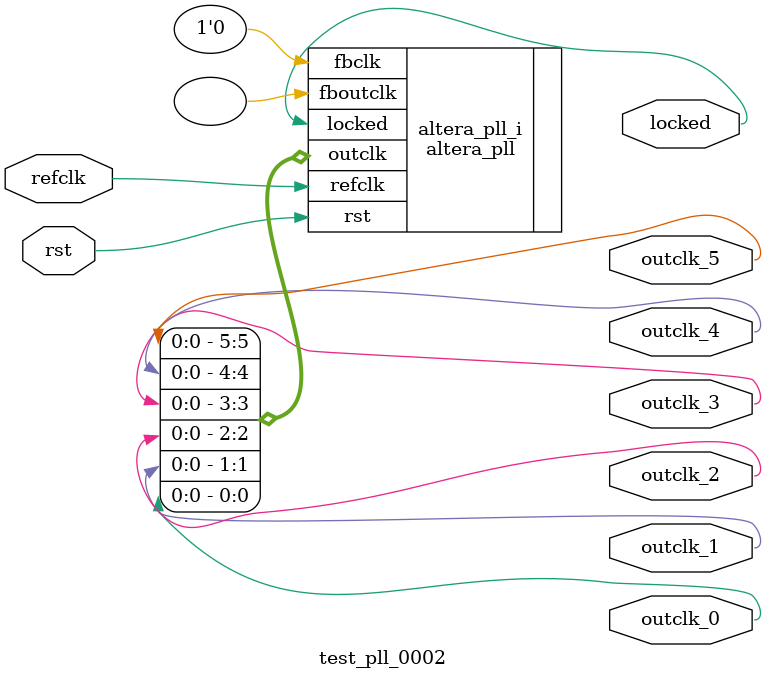
<source format=v>
`timescale 1ns/10ps
module  test_pll_0002(

	// interface 'refclk'
	input wire refclk,

	// interface 'reset'
	input wire rst,

	// interface 'outclk0'
	output wire outclk_0,

	// interface 'outclk1'
	output wire outclk_1,

	// interface 'outclk2'
	output wire outclk_2,

	// interface 'outclk3'
	output wire outclk_3,

	// interface 'outclk4'
	output wire outclk_4,

	// interface 'outclk5'
	output wire outclk_5,

	// interface 'locked'
	output wire locked
);

	altera_pll #(
		.fractional_vco_multiplier("false"),
		.reference_clock_frequency("100.0 MHz"),
		.operation_mode("direct"),
		.number_of_clocks(6),
		.output_clock_frequency0("100.000000 MHz"),
		.phase_shift0("0 ps"),
		.duty_cycle0(50),
		.output_clock_frequency1("200.000000 MHz"),
		.phase_shift1("0 ps"),
		.duty_cycle1(50),
		.output_clock_frequency2("200.000000 MHz"),
		.phase_shift2("2500 ps"),
		.duty_cycle2(50),
		.output_clock_frequency3("20.000000 MHz"),
		.phase_shift3("12500 ps"),
		.duty_cycle3(50),
		.output_clock_frequency4("100.000000 MHz"),
		.phase_shift4("5000 ps"),
		.duty_cycle4(50),
		.output_clock_frequency5("100.000000 MHz"),
		.phase_shift5("7500 ps"),
		.duty_cycle5(50),
		.output_clock_frequency6("0 MHz"),
		.phase_shift6("0 ps"),
		.duty_cycle6(50),
		.output_clock_frequency7("0 MHz"),
		.phase_shift7("0 ps"),
		.duty_cycle7(50),
		.output_clock_frequency8("0 MHz"),
		.phase_shift8("0 ps"),
		.duty_cycle8(50),
		.output_clock_frequency9("0 MHz"),
		.phase_shift9("0 ps"),
		.duty_cycle9(50),
		.output_clock_frequency10("0 MHz"),
		.phase_shift10("0 ps"),
		.duty_cycle10(50),
		.output_clock_frequency11("0 MHz"),
		.phase_shift11("0 ps"),
		.duty_cycle11(50),
		.output_clock_frequency12("0 MHz"),
		.phase_shift12("0 ps"),
		.duty_cycle12(50),
		.output_clock_frequency13("0 MHz"),
		.phase_shift13("0 ps"),
		.duty_cycle13(50),
		.output_clock_frequency14("0 MHz"),
		.phase_shift14("0 ps"),
		.duty_cycle14(50),
		.output_clock_frequency15("0 MHz"),
		.phase_shift15("0 ps"),
		.duty_cycle15(50),
		.output_clock_frequency16("0 MHz"),
		.phase_shift16("0 ps"),
		.duty_cycle16(50),
		.output_clock_frequency17("0 MHz"),
		.phase_shift17("0 ps"),
		.duty_cycle17(50),
		.pll_type("General"),
		.pll_subtype("General")
	) altera_pll_i (
		.rst	(rst),
		.outclk	({outclk_5, outclk_4, outclk_3, outclk_2, outclk_1, outclk_0}),
		.locked	(locked),
		.fboutclk	( ),
		.fbclk	(1'b0),
		.refclk	(refclk)
	);
endmodule


</source>
